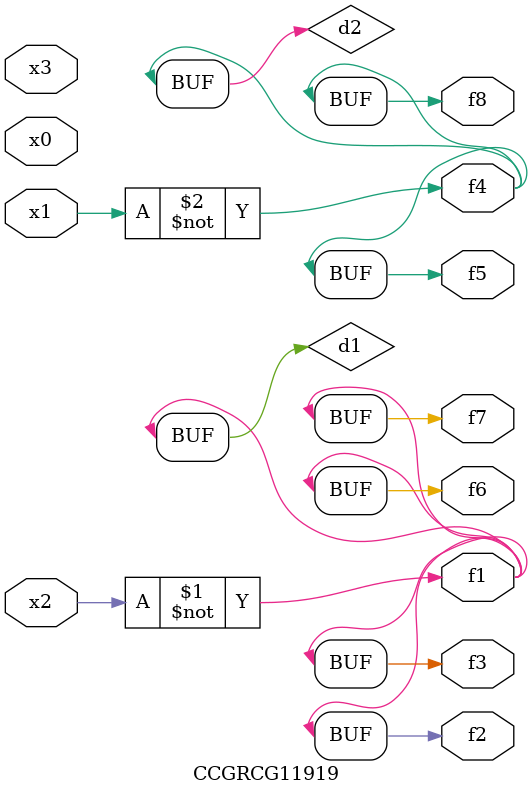
<source format=v>
module CCGRCG11919(
	input x0, x1, x2, x3,
	output f1, f2, f3, f4, f5, f6, f7, f8
);

	wire d1, d2;

	xnor (d1, x2);
	not (d2, x1);
	assign f1 = d1;
	assign f2 = d1;
	assign f3 = d1;
	assign f4 = d2;
	assign f5 = d2;
	assign f6 = d1;
	assign f7 = d1;
	assign f8 = d2;
endmodule

</source>
